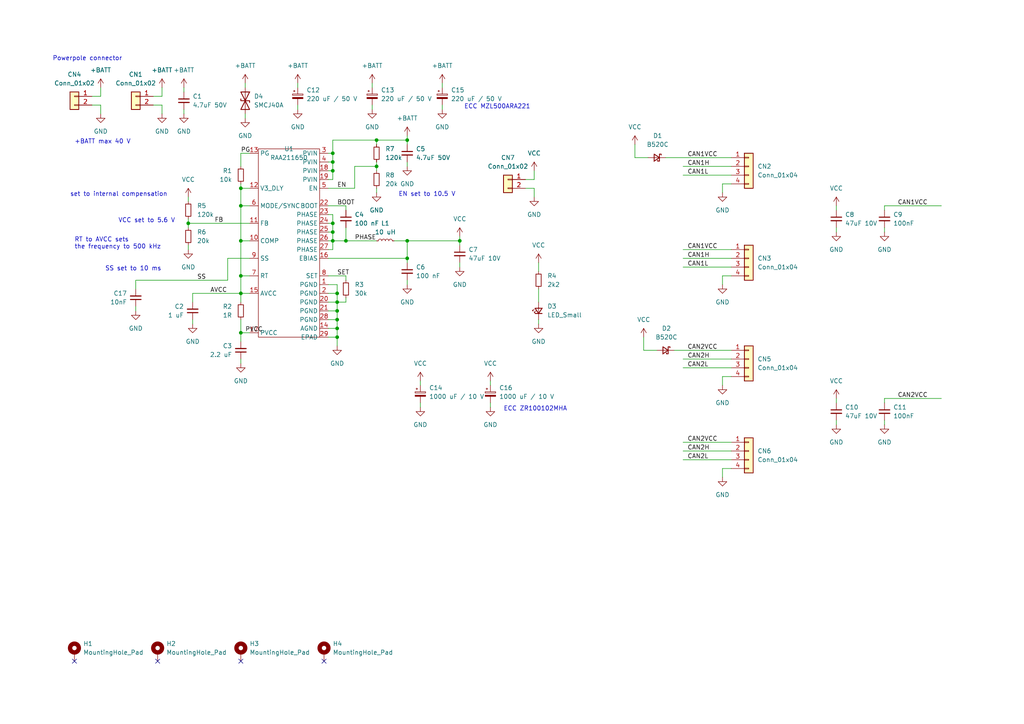
<source format=kicad_sch>
(kicad_sch (version 20211123) (generator eeschema)
  (paper "A4")
  (title_block (title "l3xz-hw_can_power_injector") (date "2022-11-06") (rev "0.1") (company "107-systems"))
  (lib_symbols
    (symbol "Connector_Generic:Conn_01x02" (pin_names (offset 1.016) hide)
      (property "Reference" "J" (at 0 2.54 0))
      (property "Value" "Conn_01x02" (at 0 -5.08 0))
      (symbol "Conn_01x02_1_1"
        (rectangle (start -1.27 -2.413) (end 0 -2.667) (stroke (width 0.1524)))
        (rectangle (start -1.27 0.127) (end 0 -0.127) (stroke (width 0.1524)))
        (rectangle (start -1.27 1.27) (end 1.27 -3.81) (stroke (width 0.254)) (fill (type background)))
        (pin passive line (at -5.08 0 0) (length 3.81) (name "Pin_1") (number "1"))
        (pin passive line (at -5.08 -2.54 0) (length 3.81) (name "Pin_2") (number "2"))
      )
    )
    (symbol "Connector_Generic:Conn_01x04" (pin_names (offset 1.016) hide)
      (property "Reference" "J" (at 0 5.08 0))
      (property "Value" "Conn_01x04" (at 0 -7.62 0))
      (symbol "Conn_01x04_1_1"
        (rectangle (start -1.27 -4.953) (end 0 -5.207) (stroke (width 0.1524)))
        (rectangle (start -1.27 -2.413) (end 0 -2.667) (stroke (width 0.1524)))
        (rectangle (start -1.27 0.127) (end 0 -0.127) (stroke (width 0.1524)))
        (rectangle (start -1.27 2.667) (end 0 2.413) (stroke (width 0.1524)))
        (rectangle (start -1.27 3.81) (end 1.27 -6.35) (stroke (width 0.254)) (fill (type background)))
        (pin passive line (at -5.08 2.54 0) (length 3.81) (name "Pin_1") (number "1"))
        (pin passive line (at -5.08 0 0) (length 3.81) (name "Pin_2") (number "2"))
        (pin passive line (at -5.08 -2.54 0) (length 3.81) (name "Pin_3") (number "3"))
        (pin passive line (at -5.08 -5.08 0) (length 3.81) (name "Pin_4") (number "4"))
      )
    )
    (symbol "Device:C_Polarized_Small" (pin_numbers hide) (pin_names (offset 0.254) hide)
      (property "Reference" "C" (at 0.254 1.778 0))
      (property "Value" "C_Polarized_Small" (at 0.254 -2.032 0))
      (symbol "C_Polarized_Small_0_1"
        (rectangle (start -1.524 -0.3048) (end 1.524 -0.6858) (fill (type outline)))
        (rectangle (start -1.524 0.6858) (end 1.524 0.3048))
        (polyline (pts (xy -1.27 1.524) (xy -0.762 1.524)))
        (polyline (pts (xy -1.016 1.27) (xy -1.016 1.778)))
      )
      (symbol "C_Polarized_Small_1_1"
        (pin passive line (at 0 2.54 270) (length 1.8542) (name "~") (number "1"))
        (pin passive line (at 0 -2.54 90) (length 1.8542) (name "~") (number "2"))
      )
    )
    (symbol "Device:C_Small" (pin_numbers hide) (pin_names (offset 0.254) hide)
      (property "Reference" "C" (at 0.254 1.778 0))
      (property "Value" "C_Small" (at 0.254 -2.032 0))
      (symbol "C_Small_0_1"
        (polyline (pts (xy -1.524 -0.508) (xy 1.524 -0.508)) (stroke (width 0.3302)))
        (polyline (pts (xy -1.524 0.508) (xy 1.524 0.508)) (stroke (width 0.3048)))
      )
      (symbol "C_Small_1_1"
        (pin passive line (at 0 2.54 270) (length 2.032) (name "~") (number "1"))
        (pin passive line (at 0 -2.54 90) (length 2.032) (name "~") (number "2"))
      )
    )
    (symbol "Device:D_Schottky_Small" (pin_numbers hide) (pin_names (offset 0.254) hide)
      (property "Reference" "D" (at -1.27 2.032 0))
      (property "Value" "D_Schottky_Small" (at -7.112 -2.032 0))
      (symbol "D_Schottky_Small_0_1"
        (polyline (pts (xy -0.762 0) (xy 0.762 0)))
        (polyline (pts (xy 0.762 -1.016) (xy -0.762 0) (xy 0.762 1.016) (xy 0.762 -1.016)) (stroke (width 0.254)))
        (polyline (pts (xy -1.27 0.762) (xy -1.27 1.016) (xy -0.762 1.016) (xy -0.762 -1.016) (xy -0.254 -1.016) (xy -0.254 -0.762)) (stroke (width 0.254)))
      )
      (symbol "D_Schottky_Small_1_1"
        (pin passive line (at -2.54 0 0) (length 1.778) (name "K") (number "1"))
        (pin passive line (at 2.54 0 180) (length 1.778) (name "A") (number "2"))
      )
    )
    (symbol "Device:D_TVS" (pin_numbers hide) (pin_names (offset 1.016) hide)
      (property "Reference" "D" (at 0 2.54 0))
      (property "Value" "D_TVS" (at 0 -2.54 0))
      (symbol "D_TVS_0_1"
        (polyline (pts (xy 1.27 0) (xy -1.27 0)))
        (polyline (pts (xy 0.508 1.27) (xy 0 1.27) (xy 0 -1.27) (xy -0.508 -1.27)) (stroke (width 0.254)))
        (polyline (pts (xy -2.54 1.27) (xy -2.54 -1.27) (xy 2.54 1.27) (xy 2.54 -1.27) (xy -2.54 1.27)) (stroke (width 0.254)))
      )
      (symbol "D_TVS_1_1"
        (pin passive line (at -3.81 0 0) (length 2.54) (name "A1") (number "1"))
        (pin passive line (at 3.81 0 180) (length 2.54) (name "A2") (number "2"))
      )
    )
    (symbol "Device:LED_Small" (pin_numbers hide) (pin_names (offset 0.254) hide)
      (property "Reference" "D" (at -1.27 3.175 0))
      (property "Value" "LED_Small" (at -4.445 -2.54 0))
      (symbol "LED_Small_0_1"
        (polyline (pts (xy -0.762 -1.016) (xy -0.762 1.016)) (stroke (width 0.254)))
        (polyline (pts (xy 1.016 0) (xy -0.762 0)))
        (polyline (pts (xy 0.762 -1.016) (xy -0.762 0) (xy 0.762 1.016) (xy 0.762 -1.016)) (stroke (width 0.254)))
        (polyline (pts (xy 0 0.762) (xy -0.508 1.27) (xy -0.254 1.27) (xy -0.508 1.27) (xy -0.508 1.016)))
        (polyline (pts (xy 0.508 1.27) (xy 0 1.778) (xy 0.254 1.778) (xy 0 1.778) (xy 0 1.524)))
      )
      (symbol "LED_Small_1_1"
        (pin passive line (at -2.54 0 0) (length 1.778) (name "K") (number "1"))
        (pin passive line (at 2.54 0 180) (length 1.778) (name "A") (number "2"))
      )
    )
    (symbol "Device:L_Small" (pin_numbers hide) (pin_names (offset 0.254) hide)
      (property "Reference" "L" (at 0.762 1.016 0))
      (property "Value" "L_Small" (at 0.762 -1.016 0))
      (symbol "L_Small_0_1"
        (arc (start 0 -2.032) (mid 0.508 -1.524) (end 0 -1.016))
        (arc (start 0 -1.016) (mid 0.508 -0.508) (end 0 0))
        (arc (start 0 0) (mid 0.508 0.508) (end 0 1.016))
        (arc (start 0 1.016) (mid 0.508 1.524) (end 0 2.032))
      )
      (symbol "L_Small_1_1"
        (pin passive line (at 0 2.54 270) (length 0.508) (name "~") (number "1"))
        (pin passive line (at 0 -2.54 90) (length 0.508) (name "~") (number "2"))
      )
    )
    (symbol "Device:R_Small" (pin_numbers hide) (pin_names (offset 0.254) hide)
      (property "Reference" "R" (at 0.762 0.508 0))
      (property "Value" "R_Small" (at 0.762 -1.016 0))
      (symbol "R_Small_0_1"
        (rectangle (start -0.762 1.778) (end 0.762 -1.778) (stroke (width 0.2032)))
      )
      (symbol "R_Small_1_1"
        (pin passive line (at 0 2.54 270) (length 0.762) (name "~") (number "1"))
        (pin passive line (at 0 -2.54 90) (length 0.762) (name "~") (number "2"))
      )
    )
    (symbol "Mechanical:MountingHole_Pad" (pin_numbers hide) (pin_names (offset 1.016) hide)
      (property "Reference" "H" (at 0 6.35 0))
      (property "Value" "MountingHole_Pad" (at 0 4.445 0))
      (symbol "MountingHole_Pad_0_1"
        (circle (center 0 1.27) (radius 1.27) (stroke (width 1.27)))
      )
      (symbol "MountingHole_Pad_1_1"
        (pin input line (at 0 -2.54 90) (length 2.54) (name "1") (number "1"))
      )
    )
    (symbol "generationmake:RAA211650"
      (property "Reference" "U" (at 0 30.48 0))
      (property "Value" "RAA211650" (at 0 -26.67 0))
      (symbol "RAA211650_0_1"
        (rectangle (start -8.89 29.21) (end 8.89 -25.4))
      )
      (symbol "RAA211650_1_1"
        (pin input line (at 11.43 -10.16 180) (length 2.54) (name "PGND") (number "1"))
        (pin input line (at -11.43 2.54 0) (length 2.54) (name "COMP") (number "10"))
        (pin input line (at -11.43 7.62 0) (length 2.54) (name "FB") (number "11"))
        (pin input line (at -11.43 17.78 0) (length 2.54) (name "V3_DLY") (number "12"))
        (pin input line (at -11.43 27.94 0) (length 2.54) (name "PG") (number "13"))
        (pin input line (at 11.43 -22.86 180) (length 2.54) (name "AGND") (number "14"))
        (pin input line (at -11.43 -12.7 0) (length 2.54) (name "AVCC") (number "15"))
        (pin input line (at 11.43 -2.54 180) (length 2.54) (name "EBIAS") (number "16"))
        (pin input line (at -11.43 -24.13 0) (length 2.54) (name "PVCC") (number "17"))
        (pin input line (at 11.43 22.86 180) (length 2.54) (name "PVIN") (number "18"))
        (pin input line (at 11.43 20.32 180) (length 2.54) (name "PVIN") (number "19"))
        (pin input line (at 11.43 -12.7 180) (length 2.54) (name "PGND") (number "2"))
        (pin input line (at 11.43 -15.24 180) (length 2.54) (name "PGND") (number "20"))
        (pin input line (at 11.43 -17.78 180) (length 2.54) (name "PGND") (number "21"))
        (pin input line (at 11.43 12.7 180) (length 2.54) (name "BOOT") (number "22"))
        (pin input line (at 11.43 10.16 180) (length 2.54) (name "PHASE") (number "23"))
        (pin input line (at 11.43 7.62 180) (length 2.54) (name "PHASE") (number "24"))
        (pin input line (at 11.43 5.08 180) (length 2.54) (name "PHASE") (number "25"))
        (pin input line (at 11.43 2.54 180) (length 2.54) (name "PHASE") (number "26"))
        (pin input line (at 11.43 0 180) (length 2.54) (name "PHASE") (number "27"))
        (pin input line (at 11.43 -20.32 180) (length 2.54) (name "PGND") (number "28"))
        (pin input line (at 11.43 -25.4 180) (length 2.54) (name "EPAD") (number "29"))
        (pin input line (at 11.43 27.94 180) (length 2.54) (name "PVIN") (number "3"))
        (pin input line (at 11.43 25.4 180) (length 2.54) (name "PVIN") (number "4"))
        (pin input line (at 11.43 17.78 180) (length 2.54) (name "EN") (number "5"))
        (pin input line (at -11.43 12.7 0) (length 2.54) (name "MODE/SYNC") (number "6"))
        (pin input line (at -11.43 -7.62 0) (length 2.54) (name "RT") (number "7"))
        (pin input line (at 11.43 -7.62 180) (length 2.54) (name "SET") (number "8"))
        (pin input line (at -11.43 -2.54 0) (length 2.54) (name "SS") (number "9"))
      )
    )
    (symbol "power:+BATT" (power) (pin_names (offset 0))
      (property "Value" "+BATT" (at 0 3.556 0))
      (symbol "+BATT_0_1"
        (polyline (pts (xy -0.762 1.27) (xy 0 2.54)))
        (polyline (pts (xy 0 0) (xy 0 2.54)))
        (polyline (pts (xy 0 2.54) (xy 0.762 1.27)))
      )
      (symbol "+BATT_1_1"
        (pin power_in line (at 0 0 90) (length 0) hide (name "+BATT") (number "1"))
      )
    )
    (symbol "power:GND" (power) (pin_names (offset 0))
      (property "Value" "GND" (at 0 -3.81 0))
      (symbol "GND_0_1"
        (polyline (pts (xy 0 0) (xy 0 -1.27) (xy 1.27 -1.27) (xy 0 -2.54) (xy -1.27 -1.27) (xy 0 -1.27)))
      )
      (symbol "GND_1_1"
        (pin power_in line (at 0 0 270) (length 0) hide (name "GND") (number "1"))
      )
    )
    (symbol "power:VCC" (power) (pin_names (offset 0))
      (property "Value" "VCC" (at 0 3.81 0))
      (symbol "VCC_0_1"
        (polyline (pts (xy -0.762 1.27) (xy 0 2.54)))
        (polyline (pts (xy 0 0) (xy 0 2.54)))
        (polyline (pts (xy 0 2.54) (xy 0.762 1.27)))
      )
      (symbol "VCC_1_1"
        (pin power_in line (at 0 0 90) (length 0) hide (name "VCC") (number "1"))
      )
    )
  )
  (junction (at 96.52 49.53))
  (junction (at 69.85 80.01))
  (junction (at 118.11 40.64))
  (junction (at 97.79 90.17))
  (junction (at 118.11 69.85))
  (junction (at 109.22 40.64))
  (junction (at 100.33 69.85))
  (junction (at 96.52 44.45))
  (junction (at 96.52 64.77))
  (junction (at 97.79 87.63))
  (junction (at 96.52 67.31))
  (junction (at 133.35 69.85))
  (junction (at 97.79 95.25))
  (junction (at 69.85 59.69))
  (junction (at 118.11 74.93))
  (junction (at 97.79 85.09))
  (junction (at 97.79 92.71))
  (junction (at 97.79 97.79))
  (junction (at 96.52 46.99))
  (junction (at 69.85 69.85))
  (junction (at 54.61 64.77))
  (junction (at 109.22 48.26))
  (junction (at 69.85 54.61))
  (junction (at 69.85 85.09))
  (junction (at 69.85 96.52))
  (junction (at 96.52 69.85))
  (no_connect (at 93.98 191.77))
  (no_connect (at 45.72 191.77))
  (no_connect (at 21.59 191.77))
  (no_connect (at 69.85 191.77))
  (wire (pts (xy 95.25 74.93) (xy 118.11 74.93)))
  (wire (pts (xy 97.79 92.71) (xy 97.79 95.25)))
  (wire (pts (xy 186.69 101.6) (xy 186.69 97.79)))
  (wire (pts (xy 242.57 121.92) (xy 242.57 123.19)))
  (wire (pts (xy 198.12 128.27) (xy 212.09 128.27)))
  (wire (pts (xy 154.94 54.61) (xy 154.94 57.15)))
  (wire (pts (xy 69.85 85.09) (xy 69.85 87.63)))
  (wire (pts (xy 133.35 76.2) (xy 133.35 77.47)))
  (wire (pts (xy 142.24 110.49) (xy 142.24 111.76)))
  (wire (pts (xy 96.52 62.23) (xy 96.52 64.77)))
  (wire (pts (xy 133.35 68.58) (xy 133.35 69.85)))
  (wire (pts (xy 96.52 40.64) (xy 109.22 40.64)))
  (wire (pts (xy 209.55 53.34) (xy 209.55 55.88)))
  (wire (pts (xy 44.45 27.94) (xy 46.99 27.94)))
  (wire (pts (xy 29.21 27.94) (xy 29.21 25.4)))
  (wire (pts (xy 109.22 54.61) (xy 109.22 55.88)))
  (wire (pts (xy 198.12 130.81) (xy 212.09 130.81)))
  (wire (pts (xy 66.04 74.93) (xy 66.04 81.28)))
  (wire (pts (xy 95.25 62.23) (xy 96.52 62.23)))
  (wire (pts (xy 100.33 66.04) (xy 100.33 69.85)))
  (wire (pts (xy 97.79 85.09) (xy 97.79 87.63)))
  (wire (pts (xy 256.54 59.69) (xy 256.54 60.96)))
  (wire (pts (xy 198.12 133.35) (xy 212.09 133.35)))
  (wire (pts (xy 121.92 110.49) (xy 121.92 111.76)))
  (wire (pts (xy 198.12 106.68) (xy 212.09 106.68)))
  (wire (pts (xy 195.58 101.6) (xy 212.09 101.6)))
  (wire (pts (xy 46.99 27.94) (xy 46.99 25.4)))
  (wire (pts (xy 109.22 46.99) (xy 109.22 48.26)))
  (wire (pts (xy 256.54 115.57) (xy 256.54 116.84)))
  (wire (pts (xy 209.55 80.01) (xy 209.55 82.55)))
  (wire (pts (xy 95.25 54.61) (xy 102.87 54.61)))
  (wire (pts (xy 69.85 96.52) (xy 69.85 99.06)))
  (wire (pts (xy 212.09 80.01) (xy 209.55 80.01)))
  (wire (pts (xy 69.85 54.61) (xy 69.85 59.69)))
  (wire (pts (xy 133.35 69.85) (xy 133.35 71.12)))
  (wire (pts (xy 96.52 69.85) (xy 100.33 69.85)))
  (wire (pts (xy 55.88 87.63) (xy 55.88 85.09)))
  (wire (pts (xy 109.22 48.26) (xy 109.22 49.53)))
  (wire (pts (xy 95.25 44.45) (xy 96.52 44.45)))
  (wire (pts (xy 95.25 72.39) (xy 96.52 72.39)))
  (wire (pts (xy 118.11 40.64) (xy 118.11 41.91)))
  (wire (pts (xy 198.12 50.8) (xy 212.09 50.8)))
  (wire (pts (xy 69.85 44.45) (xy 69.85 48.26)))
  (wire (pts (xy 118.11 46.99) (xy 118.11 48.26)))
  (wire (pts (xy 69.85 54.61) (xy 72.39 54.61)))
  (wire (pts (xy 118.11 69.85) (xy 118.11 74.93)))
  (wire (pts (xy 95.25 95.25) (xy 97.79 95.25)))
  (wire (pts (xy 212.09 53.34) (xy 209.55 53.34)))
  (wire (pts (xy 97.79 97.79) (xy 97.79 100.33)))
  (wire (pts (xy 69.85 59.69) (xy 69.85 69.85)))
  (wire (pts (xy 97.79 87.63) (xy 97.79 90.17)))
  (wire (pts (xy 86.36 24.13) (xy 86.36 25.4)))
  (wire (pts (xy 95.25 90.17) (xy 97.79 90.17)))
  (wire (pts (xy 86.36 30.48) (xy 86.36 31.75)))
  (wire (pts (xy 95.25 87.63) (xy 97.79 87.63)))
  (wire (pts (xy 69.85 69.85) (xy 69.85 80.01)))
  (wire (pts (xy 209.55 109.22) (xy 209.55 111.76)))
  (wire (pts (xy 97.79 95.25) (xy 97.79 97.79)))
  (wire (pts (xy 54.61 57.15) (xy 54.61 58.42)))
  (wire (pts (xy 97.79 90.17) (xy 97.79 92.71)))
  (wire (pts (xy 256.54 66.04) (xy 256.54 67.31)))
  (wire (pts (xy 66.04 81.28) (xy 39.37 81.28)))
  (wire (pts (xy 242.57 59.69) (xy 242.57 60.96)))
  (wire (pts (xy 95.25 80.01) (xy 100.33 80.01)))
  (wire (pts (xy 142.24 116.84) (xy 142.24 118.11)))
  (wire (pts (xy 100.33 59.69) (xy 100.33 60.96)))
  (wire (pts (xy 193.04 45.72) (xy 212.09 45.72)))
  (wire (pts (xy 107.95 24.13) (xy 107.95 25.4)))
  (wire (pts (xy 187.96 45.72) (xy 184.15 45.72)))
  (wire (pts (xy 95.25 64.77) (xy 96.52 64.77)))
  (wire (pts (xy 198.12 104.14) (xy 212.09 104.14)))
  (wire (pts (xy 69.85 96.52) (xy 72.39 96.52)))
  (wire (pts (xy 114.3 69.85) (xy 118.11 69.85)))
  (wire (pts (xy 69.85 104.14) (xy 69.85 105.41)))
  (wire (pts (xy 184.15 45.72) (xy 184.15 41.91)))
  (wire (pts (xy 256.54 59.69) (xy 273.05 59.69)))
  (wire (pts (xy 39.37 83.82) (xy 39.37 81.28)))
  (wire (pts (xy 69.85 85.09) (xy 72.39 85.09)))
  (wire (pts (xy 100.33 69.85) (xy 109.22 69.85)))
  (wire (pts (xy 256.54 121.92) (xy 256.54 123.19)))
  (wire (pts (xy 242.57 66.04) (xy 242.57 67.31)))
  (wire (pts (xy 54.61 64.77) (xy 54.61 66.04)))
  (wire (pts (xy 69.85 80.01) (xy 72.39 80.01)))
  (wire (pts (xy 26.67 30.48) (xy 29.21 30.48)))
  (wire (pts (xy 96.52 64.77) (xy 96.52 67.31)))
  (wire (pts (xy 55.88 85.09) (xy 69.85 85.09)))
  (wire (pts (xy 96.52 46.99) (xy 96.52 49.53)))
  (wire (pts (xy 198.12 77.47) (xy 212.09 77.47)))
  (wire (pts (xy 46.99 30.48) (xy 46.99 33.02)))
  (wire (pts (xy 107.95 30.48) (xy 107.95 31.75)))
  (wire (pts (xy 100.33 80.01) (xy 100.33 81.28)))
  (wire (pts (xy 72.39 44.45) (xy 69.85 44.45)))
  (wire (pts (xy 118.11 81.28) (xy 118.11 82.55)))
  (wire (pts (xy 95.25 97.79) (xy 97.79 97.79)))
  (wire (pts (xy 69.85 92.71) (xy 69.85 96.52)))
  (wire (pts (xy 69.85 53.34) (xy 69.85 54.61)))
  (wire (pts (xy 95.25 59.69) (xy 100.33 59.69)))
  (wire (pts (xy 100.33 87.63) (xy 97.79 87.63)))
  (wire (pts (xy 69.85 80.01) (xy 69.85 85.09)))
  (wire (pts (xy 256.54 115.57) (xy 273.05 115.57)))
  (wire (pts (xy 118.11 74.93) (xy 118.11 76.2)))
  (wire (pts (xy 156.21 83.82) (xy 156.21 87.63)))
  (wire (pts (xy 69.85 59.69) (xy 72.39 59.69)))
  (wire (pts (xy 71.12 33.02) (xy 71.12 34.29)))
  (wire (pts (xy 242.57 115.57) (xy 242.57 116.84)))
  (wire (pts (xy 71.12 24.13) (xy 71.12 25.4)))
  (wire (pts (xy 54.61 63.5) (xy 54.61 64.77)))
  (wire (pts (xy 100.33 86.36) (xy 100.33 87.63)))
  (wire (pts (xy 95.25 67.31) (xy 96.52 67.31)))
  (wire (pts (xy 212.09 109.22) (xy 209.55 109.22)))
  (wire (pts (xy 198.12 72.39) (xy 212.09 72.39)))
  (wire (pts (xy 212.09 135.89) (xy 209.55 135.89)))
  (wire (pts (xy 118.11 69.85) (xy 133.35 69.85)))
  (wire (pts (xy 69.85 69.85) (xy 72.39 69.85)))
  (wire (pts (xy 54.61 64.77) (xy 72.39 64.77)))
  (wire (pts (xy 198.12 74.93) (xy 212.09 74.93)))
  (wire (pts (xy 72.39 74.93) (xy 66.04 74.93)))
  (wire (pts (xy 95.25 46.99) (xy 96.52 46.99)))
  (wire (pts (xy 152.4 52.07) (xy 154.94 52.07)))
  (wire (pts (xy 29.21 30.48) (xy 29.21 33.02)))
  (wire (pts (xy 95.25 92.71) (xy 97.79 92.71)))
  (wire (pts (xy 156.21 92.71) (xy 156.21 93.98)))
  (wire (pts (xy 96.52 52.07) (xy 96.52 49.53)))
  (wire (pts (xy 95.25 69.85) (xy 96.52 69.85)))
  (wire (pts (xy 54.61 71.12) (xy 54.61 72.39)))
  (wire (pts (xy 96.52 44.45) (xy 96.52 40.64)))
  (wire (pts (xy 96.52 67.31) (xy 96.52 69.85)))
  (wire (pts (xy 53.34 31.75) (xy 53.34 33.02)))
  (wire (pts (xy 118.11 39.37) (xy 118.11 40.64)))
  (wire (pts (xy 128.27 30.48) (xy 128.27 31.75)))
  (wire (pts (xy 109.22 40.64) (xy 109.22 41.91)))
  (wire (pts (xy 44.45 30.48) (xy 46.99 30.48)))
  (wire (pts (xy 26.67 27.94) (xy 29.21 27.94)))
  (wire (pts (xy 102.87 54.61) (xy 102.87 48.26)))
  (wire (pts (xy 95.25 49.53) (xy 96.52 49.53)))
  (wire (pts (xy 109.22 40.64) (xy 118.11 40.64)))
  (wire (pts (xy 209.55 135.89) (xy 209.55 138.43)))
  (wire (pts (xy 55.88 92.71) (xy 55.88 93.98)))
  (wire (pts (xy 102.87 48.26) (xy 109.22 48.26)))
  (wire (pts (xy 95.25 52.07) (xy 96.52 52.07)))
  (wire (pts (xy 96.52 69.85) (xy 96.52 72.39)))
  (wire (pts (xy 96.52 44.45) (xy 96.52 46.99)))
  (wire (pts (xy 39.37 88.9) (xy 39.37 90.17)))
  (wire (pts (xy 53.34 25.4) (xy 53.34 26.67)))
  (wire (pts (xy 121.92 116.84) (xy 121.92 118.11)))
  (wire (pts (xy 97.79 82.55) (xy 97.79 85.09)))
  (wire (pts (xy 198.12 48.26) (xy 212.09 48.26)))
  (wire (pts (xy 128.27 24.13) (xy 128.27 25.4)))
  (wire (pts (xy 156.21 76.2) (xy 156.21 78.74)))
  (wire (pts (xy 152.4 54.61) (xy 154.94 54.61)))
  (wire (pts (xy 190.5 101.6) (xy 186.69 101.6)))
  (wire (pts (xy 95.25 82.55) (xy 97.79 82.55)))
  (wire (pts (xy 154.94 52.07) (xy 154.94 49.53)))
  (wire (pts (xy 95.25 85.09) (xy 97.79 85.09)))
  (text "EN set to 10.5 V" (at 115.57 57.15 0) (effects (font (size 1.27 1.27)) (justify left bottom)))
  (text "+BATT max 40 V" (at 21.59 41.91 0) (effects (font (size 1.27 1.27)) (justify left bottom)))
  (text "ECC ZR100102MHA" (at 146.05 119.38 0) (effects (font (size 1.27 1.27)) (justify left bottom)))
  (text "set to internal compensation" (at 20.32 57.15 0) (effects (font (size 1.27 1.27)) (justify left bottom)))
  (text "ECC MZL500ARA221" (at 134.62 31.75 0) (effects (font (size 1.27 1.27)) (justify left bottom)))
  (text "RT to AVCC sets \nthe frequency to 500 kHz" (at 21.59 72.39 0) (effects (font (size 1.27 1.27)) (justify left bottom)))
  (text "VCC set to 5.6 V" (at 34.29 64.77 0) (effects (font (size 1.27 1.27)) (justify left bottom)))
  (text "Powerpole connector" (at 15.24 17.78 0) (effects (font (size 1.27 1.27)) (justify left bottom)))
  (text "SS set to 10 ms" (at 30.48 78.74 0) (effects (font (size 1.27 1.27)) (justify left bottom)))
  (label "CAN1H" (at 199.39 74.93 0))
  (label "CAN1L" (at 199.39 77.47 0))
  (label "PVCC" (at 71.12 96.52 0))
  (label "CAN2VCC" (at 199.39 101.6 0))
  (label "CAN2L" (at 199.39 133.35 0))
  (label "FB" (at 62.23 64.77 0))
  (label "PHASE" (at 102.87 69.85 0))
  (label "SET" (at 97.79 80.01 0))
  (label "CAN1L" (at 199.39 50.8 0))
  (label "CAN2VCC" (at 199.39 128.27 0))
  (label "CAN1VCC" (at 199.39 72.39 0))
  (label "CAN1H" (at 199.39 48.26 0))
  (label "EN" (at 97.79 54.61 0))
  (label "AVCC" (at 60.96 85.09 0))
  (label "PG" (at 69.85 44.45 0))
  (label "CAN2VCC" (at 260.35 115.57 0))
  (label "CAN2H" (at 199.39 130.81 0))
  (label "CAN2L" (at 199.39 106.68 0))
  (label "BOOT" (at 97.79 59.69 0))
  (label "SS" (at 57.15 81.28 0))
  (label "CAN1VCC" (at 199.39 45.72 0))
  (label "CAN2H" (at 199.39 104.14 0))
  (label "CAN1VCC" (at 260.35 59.69 0))
  (symbol (lib_id "Device:C_Small") (at 55.88 90.17 0) (mirror x) (unit 1)
    (property "Reference" "C2" (at 53.34 88.8935 0) (effects (justify right)))
    (property "Value" "1 uF" (at 53.34 91.4335 0) (effects (justify right)))
    (property "Footprint" "Capacitor_SMD:C_0603_1608Metric" (effects hide))
  )
  (symbol (lib_id "power:GND") (at 118.11 48.26 0) (unit 1)
    (property "Reference" "#PWR09" (effects hide))
    (property "Value" "GND" (at 118.11 53.34 0))
  )
  (symbol (lib_id "power:GND") (at 97.79 100.33 0) (unit 1)
    (property "Reference" "#PWR07" (effects hide))
    (property "Value" "GND" (at 97.79 105.41 0))
  )
  (symbol (lib_id "Device:C_Small") (at 118.11 44.45 0) (unit 1)
    (property "Reference" "C5" (at 120.65 43.1862 0) (effects (justify left)))
    (property "Value" "4.7uF 50V" (at 120.65 45.7262 0) (effects (justify left)))
    (property "Footprint" "Capacitor_SMD:C_1210_3225Metric" (effects hide))
  )
  (symbol (lib_id "Device:C_Small") (at 118.11 78.74 0) (unit 1)
    (property "Reference" "C6" (at 120.65 77.4762 0) (effects (justify left)))
    (property "Value" "100 nF" (at 120.65 80.0162 0) (effects (justify left)))
    (property "Footprint" "Capacitor_SMD:C_0603_1608Metric" (effects hide))
  )
  (symbol (lib_id "Device:C_Small") (at 39.37 86.36 0) (mirror x) (unit 1)
    (property "Reference" "C17" (at 36.83 85.0835 0) (effects (justify right)))
    (property "Value" "10nF" (at 36.83 87.6235 0) (effects (justify right)))
    (property "Footprint" "Capacitor_SMD:C_0603_1608Metric" (effects hide))
  )
  (symbol (lib_id "Connector_Generic:Conn_01x04") (at 217.17 48.26 0) (unit 1)
    (property "Reference" "CN2" (at 219.71 48.2599 0) (effects (justify left)))
    (property "Value" "Conn_01x04" (at 219.71 50.7999 0) (effects (justify left)))
    (property "Footprint" "Connector_JST:JST_GH_BM04B-GHS-TBT_1x04-1MP_P1.25mm_Vertical" (effects hide))
  )
  (symbol (lib_id "Mechanical:MountingHole_Pad") (at 21.59 189.23 0) (unit 1)
    (property "Reference" "H1" (at 24.13 186.6899 0) (effects (justify left)))
    (property "Value" "MountingHole_Pad" (at 24.13 189.2299 0) (effects (justify left)))
    (property "Footprint" "MountingHole:MountingHole_3.2mm_M3_DIN965_Pad" (effects hide))
  )
  (symbol (lib_id "Device:C_Small") (at 69.85 101.6 0) (mirror x) (unit 1)
    (property "Reference" "C3" (at 67.31 100.3235 0) (effects (justify right)))
    (property "Value" "2.2 uF" (at 67.31 102.8635 0) (effects (justify right)))
    (property "Footprint" "Capacitor_SMD:C_0603_1608Metric" (effects hide))
  )
  (symbol (lib_id "power:VCC") (at 54.61 57.15 0) (unit 1)
    (property "Reference" "#PWR043" (effects hide))
    (property "Value" "VCC" (at 54.61 52.07 0))
  )
  (symbol (lib_id "Device:R_Small") (at 109.22 44.45 0) (unit 1)
    (property "Reference" "R7" (at 111.76 43.1799 0) (effects (justify left)))
    (property "Value" "120k" (at 111.76 45.7199 0) (effects (justify left)))
    (property "Footprint" "Resistor_SMD:R_0603_1608Metric" (effects hide))
  )
  (symbol (lib_id "power:VCC") (at 142.24 110.49 0) (unit 1)
    (property "Reference" "#PWR039" (effects hide))
    (property "Value" "VCC" (at 142.24 105.41 0))
  )
  (symbol (lib_id "Device:C_Polarized_Small") (at 107.95 27.94 0) (unit 1)
    (property "Reference" "C13" (at 110.49 26.1238 0) (effects (justify left)))
    (property "Value" "220 uF / 50 V" (at 110.49 28.6638 0) (effects (justify left)))
    (property "Footprint" "Capacitor_SMD:CP_Elec_10x10" (effects hide))
  )
  (symbol (lib_id "Device:LED_Small") (at 156.21 90.17 90) (unit 1)
    (property "Reference" "D3" (at 158.75 88.8364 90) (effects (justify right)))
    (property "Value" "LED_Small" (at 158.75 91.3764 90) (effects (justify right)))
    (property "Footprint" "LED_SMD:LED_0603_1608Metric" (effects hide))
  )
  (symbol (lib_id "power:VCC") (at 242.57 115.57 0) (unit 1)
    (property "Reference" "#PWR027" (effects hide))
    (property "Value" "VCC" (at 242.57 110.49 0))
  )
  (symbol (lib_id "Device:L_Small") (at 111.76 69.85 90) (unit 1)
    (property "Reference" "L1" (at 111.76 64.77 90))
    (property "Value" "10 uH" (at 111.76 67.31 90))
    (property "Footprint" "Inductor_SMD:L_7.3x7.3_H4.5" (effects hide))
  )
  (symbol (lib_id "Device:D_Schottky_Small") (at 190.5 45.72 0) (mirror y) (unit 1)
    (property "Reference" "D1" (at 190.754 39.37 0))
    (property "Value" "B520C" (at 190.754 41.91 0))
    (property "Footprint" "Diode_SMD:D_SMC" (effects hide))
  )
  (symbol (lib_id "Device:C_Polarized_Small") (at 128.27 27.94 0) (unit 1)
    (property "Reference" "C15" (at 130.81 26.1238 0) (effects (justify left)))
    (property "Value" "220 uF / 50 V" (at 130.81 28.6638 0) (effects (justify left)))
    (property "Footprint" "Capacitor_SMD:CP_Elec_10x10" (effects hide))
  )
  (symbol (lib_id "Connector_Generic:Conn_01x04") (at 217.17 104.14 0) (unit 1)
    (property "Reference" "CN5" (at 219.71 104.1399 0) (effects (justify left)))
    (property "Value" "Conn_01x04" (at 219.71 106.6799 0) (effects (justify left)))
    (property "Footprint" "Connector_JST:JST_GH_BM04B-GHS-TBT_1x04-1MP_P1.25mm_Vertical" (effects hide))
  )
  (symbol (lib_id "power:+BATT") (at 86.36 24.13 0) (unit 1)
    (property "Reference" "#PWR031" (effects hide))
    (property "Value" "+BATT" (at 86.36 19.05 0))
  )
  (symbol (lib_id "Device:C_Small") (at 100.33 63.5 0) (unit 1)
    (property "Reference" "C4" (at 102.87 62.2362 0) (effects (justify left)))
    (property "Value" "100 nF" (at 102.87 64.7762 0) (effects (justify left)))
    (property "Footprint" "Capacitor_SMD:C_0603_1608Metric" (effects hide))
  )
  (symbol (lib_id "Device:R_Small") (at 109.22 52.07 0) (unit 1)
    (property "Reference" "R8" (at 111.76 50.7999 0) (effects (justify left)))
    (property "Value" "20k" (at 111.76 53.3399 0) (effects (justify left)))
    (property "Footprint" "Resistor_SMD:R_0603_1608Metric" (effects hide))
  )
  (symbol (lib_id "Device:C_Small") (at 256.54 63.5 0) (unit 1)
    (property "Reference" "C9" (at 259.08 62.2362 0) (effects (justify left)))
    (property "Value" "100nF" (at 259.08 64.7762 0) (effects (justify left)))
    (property "Footprint" "Capacitor_SMD:C_0603_1608Metric" (effects hide))
  )
  (symbol (lib_id "power:VCC") (at 242.57 59.69 0) (unit 1)
    (property "Reference" "#PWR017" (effects hide))
    (property "Value" "VCC" (at 242.57 54.61 0))
  )
  (symbol (lib_id "power:GND") (at 109.22 55.88 0) (unit 1)
    (property "Reference" "#PWR045" (effects hide))
    (property "Value" "GND" (at 109.22 60.96 0))
  )
  (symbol (lib_id "power:+BATT") (at 107.95 24.13 0) (unit 1)
    (property "Reference" "#PWR033" (effects hide))
    (property "Value" "+BATT" (at 107.95 19.05 0))
  )
  (symbol (lib_id "Device:C_Small") (at 242.57 119.38 0) (unit 1)
    (property "Reference" "C10" (at 245.11 118.1162 0) (effects (justify left)))
    (property "Value" "47uF 10V" (at 245.11 120.6562 0) (effects (justify left)))
    (property "Footprint" "Capacitor_SMD:C_1210_3225Metric" (effects hide))
  )
  (symbol (lib_id "power:+BATT") (at 71.12 24.13 0) (unit 1)
    (property "Reference" "#PWR025" (effects hide))
    (property "Value" "+BATT" (at 71.12 19.05 0))
  )
  (symbol (lib_id "power:GND") (at 154.94 57.15 0) (unit 1)
    (property "Reference" "#PWR042" (effects hide))
    (property "Value" "GND" (at 154.94 62.23 0))
  )
  (symbol (lib_id "Device:C_Small") (at 133.35 73.66 0) (unit 1)
    (property "Reference" "C7" (at 135.89 72.3962 0) (effects (justify left)))
    (property "Value" "47uF 10V" (at 135.89 74.9362 0) (effects (justify left)))
    (property "Footprint" "Capacitor_SMD:C_1210_3225Metric" (effects hide))
  )
  (symbol (lib_id "Device:C_Small") (at 53.34 29.21 0) (unit 1)
    (property "Reference" "C1" (at 55.88 27.9462 0) (effects (justify left)))
    (property "Value" "4.7uF 50V" (at 55.88 30.4862 0) (effects (justify left)))
    (property "Footprint" "Capacitor_SMD:C_1210_3225Metric" (effects hide))
  )
  (symbol (lib_id "Connector_Generic:Conn_01x04") (at 217.17 130.81 0) (unit 1)
    (property "Reference" "CN6" (at 219.71 130.8099 0) (effects (justify left)))
    (property "Value" "Conn_01x04" (at 219.71 133.3499 0) (effects (justify left)))
    (property "Footprint" "Connector_JST:JST_GH_BM04B-GHS-TBT_1x04-1MP_P1.25mm_Vertical" (effects hide))
  )
  (symbol (lib_id "power:GND") (at 256.54 67.31 0) (unit 1)
    (property "Reference" "#PWR020" (effects hide))
    (property "Value" "GND" (at 256.54 72.39 0))
  )
  (symbol (lib_id "power:GND") (at 107.95 31.75 0) (unit 1)
    (property "Reference" "#PWR034" (effects hide))
    (property "Value" "GND" (at 107.95 36.83 0))
  )
  (symbol (lib_id "generationmake:RAA211650") (at 83.82 72.39 0) (unit 1)
    (property "Reference" "U1" (at 83.82 43.18 0))
    (property "Value" "RAA211650" (at 83.82 45.72 0))
    (property "Footprint" "Package_DFN_QFN:QFN-28-1EP_4x5mm_P0.5mm_EP2.65x3.65mm" (effects hide))
  )
  (symbol (lib_id "Mechanical:MountingHole_Pad") (at 93.98 189.23 0) (unit 1)
    (property "Reference" "H4" (at 96.52 186.6899 0) (effects (justify left)))
    (property "Value" "MountingHole_Pad" (at 96.52 189.2299 0) (effects (justify left)))
    (property "Footprint" "MountingHole:MountingHole_3.2mm_M3_DIN965_Pad" (effects hide))
  )
  (symbol (lib_id "power:GND") (at 118.11 82.55 0) (unit 1)
    (property "Reference" "#PWR010" (effects hide))
    (property "Value" "GND" (at 118.11 87.63 0))
  )
  (symbol (lib_id "power:GND") (at 242.57 67.31 0) (unit 1)
    (property "Reference" "#PWR018" (effects hide))
    (property "Value" "GND" (at 242.57 72.39 0))
  )
  (symbol (lib_id "power:+BATT") (at 118.11 39.37 0) (unit 1)
    (property "Reference" "#PWR08" (effects hide))
    (property "Value" "+BATT" (at 118.11 34.29 0))
  )
  (symbol (lib_id "Device:R_Small") (at 54.61 68.58 0) (unit 1)
    (property "Reference" "R6" (at 57.15 67.3099 0) (effects (justify left)))
    (property "Value" "20k" (at 57.15 69.8499 0) (effects (justify left)))
    (property "Footprint" "Resistor_SMD:R_0603_1608Metric" (effects hide))
  )
  (symbol (lib_id "Device:D_Schottky_Small") (at 193.04 101.6 0) (mirror y) (unit 1)
    (property "Reference" "D2" (at 193.294 95.25 0))
    (property "Value" "B520C" (at 193.294 97.79 0))
    (property "Footprint" "Diode_SMD:D_SMC" (effects hide))
  )
  (symbol (lib_id "power:GND") (at 86.36 31.75 0) (unit 1)
    (property "Reference" "#PWR032" (effects hide))
    (property "Value" "GND" (at 86.36 36.83 0))
  )
  (symbol (lib_id "power:GND") (at 242.57 123.19 0) (unit 1)
    (property "Reference" "#PWR028" (effects hide))
    (property "Value" "GND" (at 242.57 128.27 0))
  )
  (symbol (lib_id "power:VCC") (at 186.69 97.79 0) (unit 1)
    (property "Reference" "#PWR015" (effects hide))
    (property "Value" "VCC" (at 186.69 92.71 0))
  )
  (symbol (lib_id "power:GND") (at 121.92 118.11 0) (unit 1)
    (property "Reference" "#PWR036" (effects hide))
    (property "Value" "GND" (at 121.92 123.19 0))
  )
  (symbol (lib_id "Device:C_Polarized_Small") (at 86.36 27.94 0) (unit 1)
    (property "Reference" "C12" (at 88.9 26.1238 0) (effects (justify left)))
    (property "Value" "220 uF / 50 V" (at 88.9 28.6638 0) (effects (justify left)))
    (property "Footprint" "Capacitor_SMD:CP_Elec_10x10" (effects hide))
  )
  (symbol (lib_id "power:GND") (at 39.37 90.17 0) (unit 1)
    (property "Reference" "#PWR0101" (effects hide))
    (property "Value" "GND" (at 39.37 95.25 0))
  )
  (symbol (lib_id "Device:C_Small") (at 256.54 119.38 0) (unit 1)
    (property "Reference" "C11" (at 259.08 118.1162 0) (effects (justify left)))
    (property "Value" "100nF" (at 259.08 120.6562 0) (effects (justify left)))
    (property "Footprint" "Capacitor_SMD:C_0603_1608Metric" (effects hide))
  )
  (symbol (lib_id "Connector_Generic:Conn_01x02") (at 21.59 27.94 0) (mirror y) (unit 1)
    (property "Reference" "CN4" (at 21.59 21.59 0))
    (property "Value" "Conn_01x02" (at 21.59 24.13 0))
    (property "Footprint" "generationmake:POWERPOLE_hor_2" (effects hide))
  )
  (symbol (lib_id "power:GND") (at 55.88 93.98 0) (unit 1)
    (property "Reference" "#PWR05" (effects hide))
    (property "Value" "GND" (at 55.88 99.06 0))
  )
  (symbol (lib_id "power:VCC") (at 133.35 68.58 0) (unit 1)
    (property "Reference" "#PWR011" (effects hide))
    (property "Value" "VCC" (at 133.35 63.5 0))
  )
  (symbol (lib_id "power:GND") (at 209.55 111.76 0) (unit 1)
    (property "Reference" "#PWR024" (effects hide))
    (property "Value" "GND" (at 209.55 116.84 0))
  )
  (symbol (lib_id "Device:C_Small") (at 242.57 63.5 0) (unit 1)
    (property "Reference" "C8" (at 245.11 62.2362 0) (effects (justify left)))
    (property "Value" "47uF 10V" (at 245.11 64.7762 0) (effects (justify left)))
    (property "Footprint" "Capacitor_SMD:C_1210_3225Metric" (effects hide))
  )
  (symbol (lib_id "power:VCC") (at 156.21 76.2 0) (unit 1)
    (property "Reference" "#PWR019" (effects hide))
    (property "Value" "VCC" (at 156.21 71.12 0))
  )
  (symbol (lib_id "power:GND") (at 156.21 93.98 0) (unit 1)
    (property "Reference" "#PWR023" (effects hide))
    (property "Value" "GND" (at 156.21 99.06 0))
  )
  (symbol (lib_id "Device:R_Small") (at 69.85 50.8 0) (mirror x) (unit 1)
    (property "Reference" "R1" (at 67.31 49.5299 0) (effects (justify right)))
    (property "Value" "10k" (at 67.31 52.0699 0) (effects (justify right)))
    (property "Footprint" "Resistor_SMD:R_0603_1608Metric" (effects hide))
  )
  (symbol (lib_id "Device:D_TVS") (at 71.12 29.21 270) (unit 1)
    (property "Reference" "D4" (at 73.66 27.9399 90) (effects (justify left)))
    (property "Value" "SMCJ40A" (at 73.66 30.4799 90) (effects (justify left)))
    (property "Footprint" "Diode_SMD:D_SMC" (effects hide))
  )
  (symbol (lib_id "power:VCC") (at 154.94 49.53 0) (unit 1)
    (property "Reference" "#PWR041" (effects hide))
    (property "Value" "VCC" (at 154.94 44.45 0))
  )
  (symbol (lib_id "Mechanical:MountingHole_Pad") (at 69.85 189.23 0) (unit 1)
    (property "Reference" "H3" (at 72.39 186.6899 0) (effects (justify left)))
    (property "Value" "MountingHole_Pad" (at 72.39 189.2299 0) (effects (justify left)))
    (property "Footprint" "MountingHole:MountingHole_3.2mm_M3_DIN965_Pad" (effects hide))
  )
  (symbol (lib_id "power:GND") (at 209.55 82.55 0) (unit 1)
    (property "Reference" "#PWR016" (effects hide))
    (property "Value" "GND" (at 209.55 87.63 0))
  )
  (symbol (lib_id "power:+BATT") (at 46.99 25.4 0) (unit 1)
    (property "Reference" "#PWR01" (effects hide))
    (property "Value" "+BATT" (at 46.99 20.32 0))
  )
  (symbol (lib_id "power:GND") (at 69.85 105.41 0) (unit 1)
    (property "Reference" "#PWR06" (effects hide))
    (property "Value" "GND" (at 69.85 110.49 0))
  )
  (symbol (lib_id "power:GND") (at 209.55 138.43 0) (unit 1)
    (property "Reference" "#PWR026" (effects hide))
    (property "Value" "GND" (at 209.55 143.51 0))
  )
  (symbol (lib_id "power:GND") (at 142.24 118.11 0) (unit 1)
    (property "Reference" "#PWR040" (effects hide))
    (property "Value" "GND" (at 142.24 123.19 0))
  )
  (symbol (lib_id "Connector_Generic:Conn_01x02") (at 147.32 52.07 0) (mirror y) (unit 1)
    (property "Reference" "CN7" (at 147.32 45.72 0))
    (property "Value" "Conn_01x02" (at 147.32 48.26 0))
    (property "Footprint" "Connector_PinHeader_2.54mm:PinHeader_1x02_P2.54mm_Vertical" (effects hide))
  )
  (symbol (lib_id "power:VCC") (at 121.92 110.49 0) (unit 1)
    (property "Reference" "#PWR035" (effects hide))
    (property "Value" "VCC" (at 121.92 105.41 0))
  )
  (symbol (lib_id "power:GND") (at 133.35 77.47 0) (unit 1)
    (property "Reference" "#PWR012" (effects hide))
    (property "Value" "GND" (at 133.35 82.55 0))
  )
  (symbol (lib_id "power:GND") (at 54.61 72.39 0) (unit 1)
    (property "Reference" "#PWR044" (effects hide))
    (property "Value" "GND" (at 54.61 77.47 0))
  )
  (symbol (lib_id "Device:R_Small") (at 100.33 83.82 0) (unit 1)
    (property "Reference" "R3" (at 102.87 82.5499 0) (effects (justify left)))
    (property "Value" "30k" (at 102.87 85.0899 0) (effects (justify left)))
    (property "Footprint" "Resistor_SMD:R_0603_1608Metric" (effects hide))
  )
  (symbol (lib_id "power:GND") (at 256.54 123.19 0) (unit 1)
    (property "Reference" "#PWR030" (effects hide))
    (property "Value" "GND" (at 256.54 128.27 0))
  )
  (symbol (lib_id "Device:C_Polarized_Small") (at 121.92 114.3 0) (unit 1)
    (property "Reference" "C14" (at 124.46 112.4838 0) (effects (justify left)))
    (property "Value" "1000 uF / 10 V" (at 124.46 115.0238 0) (effects (justify left)))
    (property "Footprint" "Capacitor_SMD:CP_Elec_8x10" (effects hide))
  )
  (symbol (lib_id "power:GND") (at 71.12 34.29 0) (unit 1)
    (property "Reference" "#PWR029" (effects hide))
    (property "Value" "GND" (at 71.12 39.37 0))
  )
  (symbol (lib_id "power:GND") (at 46.99 33.02 0) (unit 1)
    (property "Reference" "#PWR02" (effects hide))
    (property "Value" "GND" (at 46.99 38.1 0))
  )
  (symbol (lib_id "Device:R_Small") (at 69.85 90.17 0) (mirror x) (unit 1)
    (property "Reference" "R2" (at 67.31 88.8999 0) (effects (justify right)))
    (property "Value" "1R" (at 67.31 91.4399 0) (effects (justify right)))
    (property "Footprint" "Resistor_SMD:R_0603_1608Metric" (effects hide))
  )
  (symbol (lib_id "power:VCC") (at 184.15 41.91 0) (unit 1)
    (property "Reference" "#PWR013" (effects hide))
    (property "Value" "VCC" (at 184.15 36.83 0))
  )
  (symbol (lib_id "Device:R_Small") (at 156.21 81.28 0) (unit 1)
    (property "Reference" "R4" (at 158.75 80.0099 0) (effects (justify left)))
    (property "Value" "2k2" (at 158.75 82.5499 0) (effects (justify left)))
    (property "Footprint" "Resistor_SMD:R_0603_1608Metric" (effects hide))
  )
  (symbol (lib_id "power:+BATT") (at 53.34 25.4 0) (unit 1)
    (property "Reference" "#PWR03" (effects hide))
    (property "Value" "+BATT" (at 53.34 20.32 0))
  )
  (symbol (lib_id "Mechanical:MountingHole_Pad") (at 45.72 189.23 0) (unit 1)
    (property "Reference" "H2" (at 48.26 186.6899 0) (effects (justify left)))
    (property "Value" "MountingHole_Pad" (at 48.26 189.2299 0) (effects (justify left)))
    (property "Footprint" "MountingHole:MountingHole_3.2mm_M3_DIN965_Pad" (effects hide))
  )
  (symbol (lib_id "power:GND") (at 209.55 55.88 0) (unit 1)
    (property "Reference" "#PWR014" (effects hide))
    (property "Value" "GND" (at 209.55 60.96 0))
  )
  (symbol (lib_id "power:GND") (at 53.34 33.02 0) (unit 1)
    (property "Reference" "#PWR04" (effects hide))
    (property "Value" "GND" (at 53.34 38.1 0))
  )
  (symbol (lib_id "Device:C_Polarized_Small") (at 142.24 114.3 0) (unit 1)
    (property "Reference" "C16" (at 144.78 112.4838 0) (effects (justify left)))
    (property "Value" "1000 uF / 10 V" (at 144.78 115.0238 0) (effects (justify left)))
    (property "Footprint" "Capacitor_SMD:CP_Elec_8x10" (effects hide))
  )
  (symbol (lib_id "power:+BATT") (at 29.21 25.4 0) (unit 1)
    (property "Reference" "#PWR021" (effects hide))
    (property "Value" "+BATT" (at 29.21 20.32 0))
  )
  (symbol (lib_id "power:GND") (at 128.27 31.75 0) (unit 1)
    (property "Reference" "#PWR038" (effects hide))
    (property "Value" "GND" (at 128.27 36.83 0))
  )
  (symbol (lib_id "power:GND") (at 29.21 33.02 0) (unit 1)
    (property "Reference" "#PWR022" (effects hide))
    (property "Value" "GND" (at 29.21 38.1 0))
  )
  (symbol (lib_id "Device:R_Small") (at 54.61 60.96 0) (unit 1)
    (property "Reference" "R5" (at 57.15 59.6899 0) (effects (justify left)))
    (property "Value" "120k" (at 57.15 62.2299 0) (effects (justify left)))
    (property "Footprint" "Resistor_SMD:R_0603_1608Metric" (effects hide))
  )
  (symbol (lib_id "Connector_Generic:Conn_01x04") (at 217.17 74.93 0) (unit 1)
    (property "Reference" "CN3" (at 219.71 74.9299 0) (effects (justify left)))
    (property "Value" "Conn_01x04" (at 219.71 77.4699 0) (effects (justify left)))
    (property "Footprint" "Connector_JST:JST_GH_BM04B-GHS-TBT_1x04-1MP_P1.25mm_Vertical" (effects hide))
  )
  (symbol (lib_id "power:+BATT") (at 128.27 24.13 0) (unit 1)
    (property "Reference" "#PWR037" (effects hide))
    (property "Value" "+BATT" (at 128.27 19.05 0))
  )
  (symbol (lib_id "Connector_Generic:Conn_01x02") (at 39.37 27.94 0) (mirror y) (unit 1)
    (property "Reference" "CN1" (at 39.37 21.59 0))
    (property "Value" "Conn_01x02" (at 39.37 24.13 0))
    (property "Footprint" "Connector_Phoenix_MC:PhoenixContact_MC_1,5_2-G-3.5_1x02_P3.50mm_Horizontal" (effects hide))
  )
)
</source>
